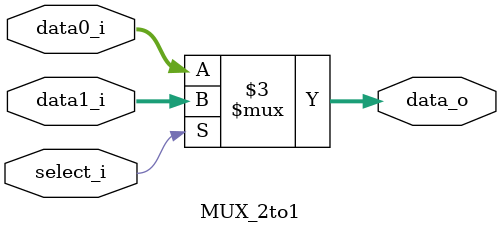
<source format=v>
`timescale 1ns/1ps

module MUX_2to1(
    input       [32-1:0] data0_i,
    input       [32-1:0] data1_i,
    input                select_i,
    output reg  [32-1:0] data_o
);

always@(*) begin
    data_o <= (select_i==1'b0)?data0_i:data1_i;
end

endmodule


</source>
